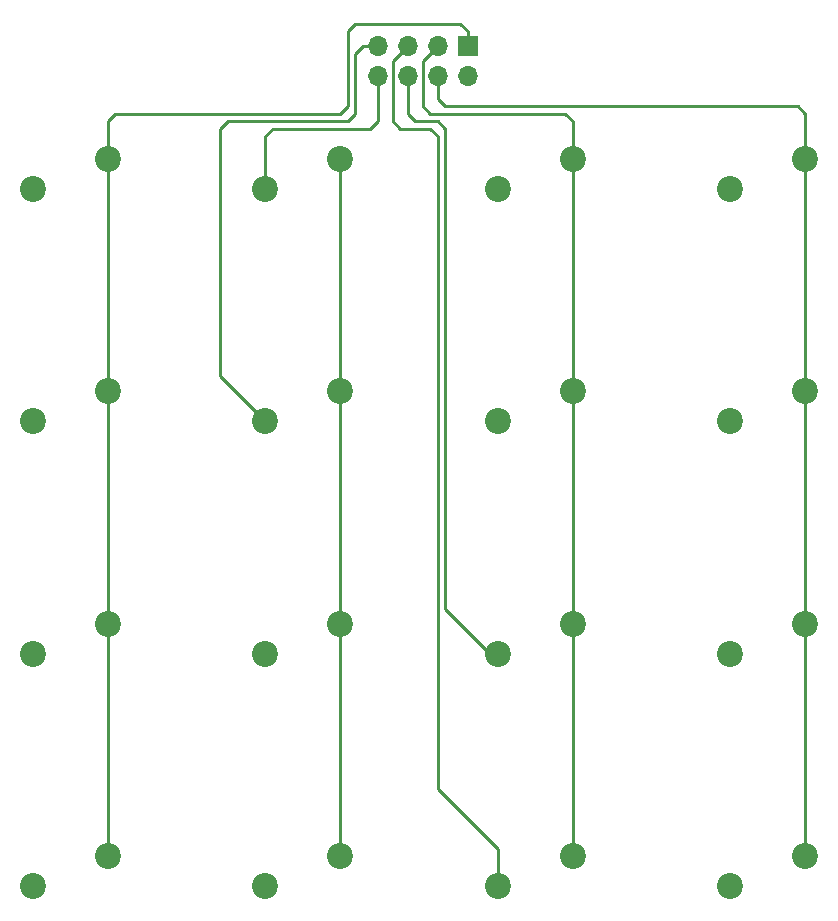
<source format=gbl>
G04 #@! TF.FileFunction,Copper,L2,Bot,Signal*
%FSLAX46Y46*%
G04 Gerber Fmt 4.6, Leading zero omitted, Abs format (unit mm)*
G04 Created by KiCad (PCBNEW 4.0.7) date 08/25/19 17:49:11*
%MOMM*%
%LPD*%
G01*
G04 APERTURE LIST*
%ADD10C,0.100000*%
%ADD11C,2.200000*%
%ADD12R,1.700000X1.700000*%
%ADD13O,1.700000X1.700000*%
%ADD14C,0.250000*%
G04 APERTURE END LIST*
D10*
D11*
X93980000Y-126365000D03*
X87630000Y-128905000D03*
X153035000Y-106680000D03*
X146685000Y-109220000D03*
X133350000Y-67310000D03*
X127000000Y-69850000D03*
X113665000Y-126365000D03*
X107315000Y-128905000D03*
X93980000Y-86995000D03*
X87630000Y-89535000D03*
X153035000Y-67310000D03*
X146685000Y-69850000D03*
X133350000Y-126365000D03*
X127000000Y-128905000D03*
X113665000Y-86995000D03*
X107315000Y-89535000D03*
X153035000Y-126365000D03*
X146685000Y-128905000D03*
X133350000Y-86995000D03*
X127000000Y-89535000D03*
X93980000Y-106680000D03*
X87630000Y-109220000D03*
X153035000Y-86995000D03*
X146685000Y-89535000D03*
X113665000Y-106680000D03*
X107315000Y-109220000D03*
X93980000Y-67310000D03*
X87630000Y-69850000D03*
X133350000Y-106680000D03*
X127000000Y-109220000D03*
X113665000Y-67310000D03*
X107315000Y-69850000D03*
D12*
X124460000Y-57785000D03*
D13*
X124460000Y-60325000D03*
X121920000Y-57785000D03*
X121920000Y-60325000D03*
X119380000Y-57785000D03*
X119380000Y-60325000D03*
X116840000Y-57785000D03*
X116840000Y-60325000D03*
D14*
X114935000Y-55880000D02*
X114300000Y-56515000D01*
X94615000Y-63500000D02*
X93980000Y-64135000D01*
X113665000Y-63500000D02*
X94615000Y-63500000D01*
X114300000Y-62865000D02*
X113665000Y-63500000D01*
X114300000Y-56515000D02*
X114300000Y-62865000D01*
X93980000Y-67310000D02*
X93980000Y-64135000D01*
X124460000Y-56515000D02*
X124460000Y-57785000D01*
X123825000Y-55880000D02*
X124460000Y-56515000D01*
X114935000Y-55880000D02*
X123825000Y-55880000D01*
X93980000Y-86995000D02*
X93980000Y-67310000D01*
X93980000Y-106680000D02*
X93980000Y-86995000D01*
X93980000Y-126365000D02*
X93980000Y-106680000D01*
X113665000Y-86995000D02*
X113665000Y-67310000D01*
X113665000Y-106680000D02*
X113665000Y-86995000D01*
X113665000Y-126365000D02*
X113665000Y-106680000D01*
X121920000Y-57785000D02*
X120650000Y-59055000D01*
X133350000Y-64135000D02*
X133350000Y-67310000D01*
X132715000Y-63500000D02*
X133350000Y-64135000D01*
X121285000Y-63500000D02*
X132715000Y-63500000D01*
X120650000Y-62865000D02*
X121285000Y-63500000D01*
X120650000Y-59055000D02*
X120650000Y-62865000D01*
X133350000Y-106680000D02*
X133350000Y-126365000D01*
X133350000Y-86995000D02*
X133350000Y-106680000D01*
X133350000Y-67310000D02*
X133350000Y-86995000D01*
X121920000Y-60325000D02*
X121920000Y-62230000D01*
X153035000Y-63500000D02*
X153035000Y-67310000D01*
X152400000Y-62865000D02*
X153035000Y-63500000D01*
X122555000Y-62865000D02*
X152400000Y-62865000D01*
X121920000Y-62230000D02*
X122555000Y-62865000D01*
X153035000Y-86995000D02*
X153035000Y-67310000D01*
X153035000Y-106680000D02*
X153035000Y-86995000D01*
X153035000Y-126365000D02*
X153035000Y-106680000D01*
X119380000Y-57785000D02*
X118110000Y-59055000D01*
X127000000Y-125730000D02*
X121920000Y-120650000D01*
X121920000Y-120650000D02*
X121920000Y-69215000D01*
X127000000Y-125730000D02*
X127000000Y-128905000D01*
X121920000Y-65405000D02*
X121920000Y-69215000D01*
X121285000Y-64770000D02*
X121920000Y-65405000D01*
X118745000Y-64770000D02*
X121285000Y-64770000D01*
X118110000Y-64135000D02*
X118745000Y-64770000D01*
X118110000Y-59055000D02*
X118110000Y-64135000D01*
X122555000Y-71755000D02*
X122555000Y-64770000D01*
X122555000Y-105410000D02*
X122555000Y-71755000D01*
X126365000Y-109220000D02*
X122555000Y-105410000D01*
X119380000Y-63500000D02*
X119380000Y-60325000D01*
X120015000Y-64135000D02*
X119380000Y-63500000D01*
X121920000Y-64135000D02*
X120015000Y-64135000D01*
X122555000Y-64770000D02*
X121920000Y-64135000D01*
X127000000Y-109220000D02*
X126365000Y-109220000D01*
X113665000Y-64135000D02*
X114300000Y-64135000D01*
X114935000Y-58420000D02*
X115570000Y-57785000D01*
X114935000Y-63500000D02*
X114935000Y-58420000D01*
X114300000Y-64135000D02*
X114935000Y-63500000D01*
X116840000Y-57785000D02*
X115570000Y-57785000D01*
X103505000Y-85725000D02*
X107315000Y-89535000D01*
X103505000Y-64770000D02*
X103505000Y-85725000D01*
X104140000Y-64135000D02*
X103505000Y-64770000D01*
X113665000Y-64135000D02*
X104140000Y-64135000D01*
X107315000Y-69850000D02*
X107315000Y-65405000D01*
X116840000Y-64135000D02*
X116840000Y-60325000D01*
X116205000Y-64770000D02*
X116840000Y-64135000D01*
X107950000Y-64770000D02*
X116205000Y-64770000D01*
X107315000Y-65405000D02*
X107950000Y-64770000D01*
M02*

</source>
